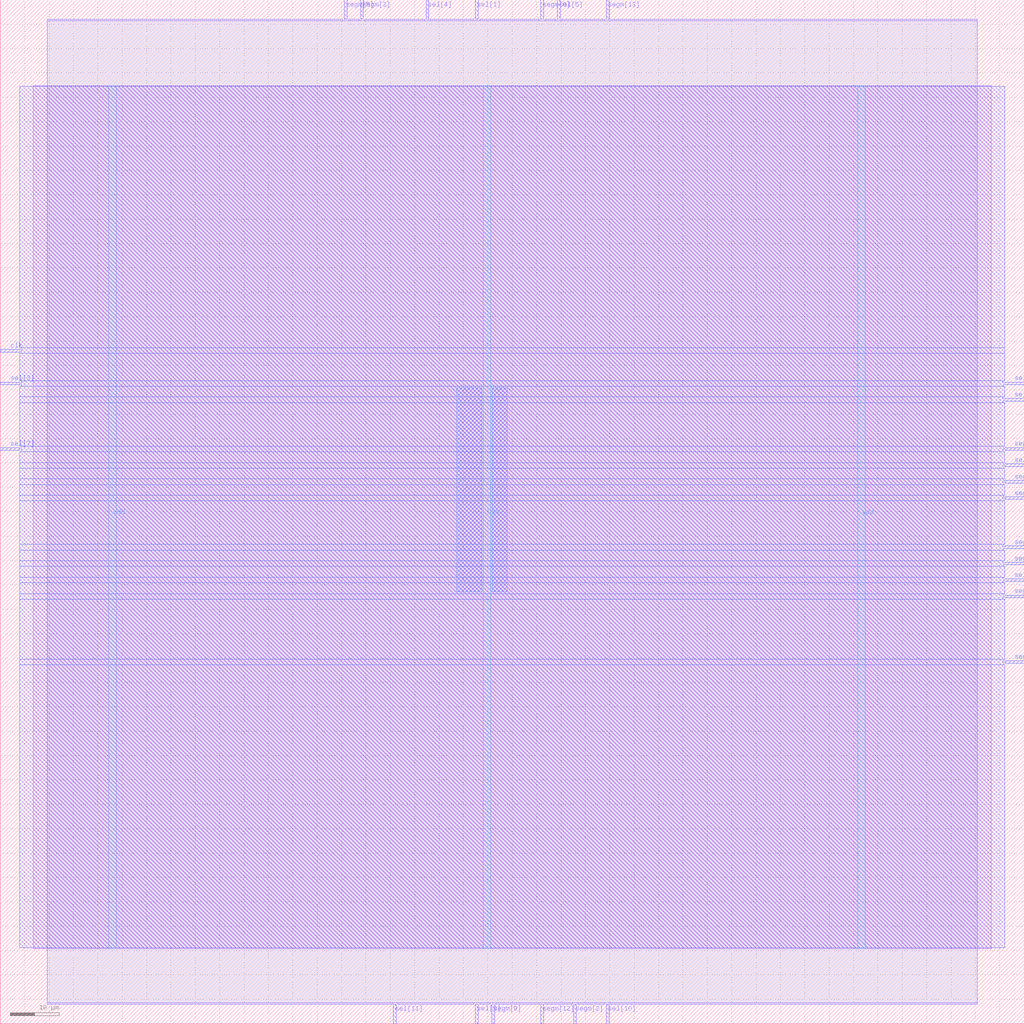
<source format=lef>
VERSION 5.7 ;
  NOWIREEXTENSIONATPIN ON ;
  DIVIDERCHAR "/" ;
  BUSBITCHARS "[]" ;
MACRO ita35
  CLASS BLOCK ;
  FOREIGN ita35 ;
  ORIGIN 0.000 0.000 ;
  SIZE 210.000 BY 210.000 ;
  PIN clk
    DIRECTION INPUT ;
    USE SIGNAL ;
    ANTENNAGATEAREA 4.738000 ;
    ANTENNADIFFAREA 0.410400 ;
    PORT
      LAYER Metal3 ;
        RECT 0.000 137.760 4.000 138.320 ;
    END
  END clk
  PIN segm[0]
    DIRECTION OUTPUT TRISTATE ;
    USE SIGNAL ;
    ANTENNADIFFAREA 0.360800 ;
    PORT
      LAYER Metal2 ;
        RECT 110.880 206.000 111.440 210.000 ;
    END
  END segm[0]
  PIN segm[10]
    DIRECTION OUTPUT TRISTATE ;
    USE SIGNAL ;
    ANTENNADIFFAREA 4.731200 ;
    PORT
      LAYER Metal3 ;
        RECT 206.000 87.360 210.000 87.920 ;
    END
  END segm[10]
  PIN segm[11]
    DIRECTION OUTPUT TRISTATE ;
    USE SIGNAL ;
    ANTENNADIFFAREA 4.731200 ;
    PORT
      LAYER Metal3 ;
        RECT 206.000 73.920 210.000 74.480 ;
    END
  END segm[11]
  PIN segm[12]
    DIRECTION OUTPUT TRISTATE ;
    USE SIGNAL ;
    ANTENNADIFFAREA 4.731200 ;
    PORT
      LAYER Metal2 ;
        RECT 110.880 0.000 111.440 4.000 ;
    END
  END segm[12]
  PIN segm[13]
    DIRECTION OUTPUT TRISTATE ;
    USE SIGNAL ;
    ANTENNADIFFAREA 4.731200 ;
    PORT
      LAYER Metal2 ;
        RECT 124.320 206.000 124.880 210.000 ;
    END
  END segm[13]
  PIN segm[1]
    DIRECTION OUTPUT TRISTATE ;
    USE SIGNAL ;
    ANTENNADIFFAREA 4.731200 ;
    PORT
      LAYER Metal3 ;
        RECT 206.000 94.080 210.000 94.640 ;
    END
  END segm[1]
  PIN segm[2]
    DIRECTION OUTPUT TRISTATE ;
    USE SIGNAL ;
    ANTENNADIFFAREA 4.731200 ;
    PORT
      LAYER Metal2 ;
        RECT 117.600 0.000 118.160 4.000 ;
    END
  END segm[2]
  PIN segm[3]
    DIRECTION OUTPUT TRISTATE ;
    USE SIGNAL ;
    ANTENNADIFFAREA 4.731200 ;
    PORT
      LAYER Metal2 ;
        RECT 73.920 206.000 74.480 210.000 ;
    END
  END segm[3]
  PIN segm[4]
    DIRECTION OUTPUT TRISTATE ;
    USE SIGNAL ;
    ANTENNADIFFAREA 4.731200 ;
    PORT
      LAYER Metal3 ;
        RECT 206.000 110.880 210.000 111.440 ;
    END
  END segm[4]
  PIN segm[5]
    DIRECTION OUTPUT TRISTATE ;
    USE SIGNAL ;
    ANTENNADIFFAREA 4.731200 ;
    PORT
      LAYER Metal2 ;
        RECT 70.560 206.000 71.120 210.000 ;
    END
  END segm[5]
  PIN segm[6]
    DIRECTION OUTPUT TRISTATE ;
    USE SIGNAL ;
    ANTENNADIFFAREA 4.731200 ;
    PORT
      LAYER Metal3 ;
        RECT 206.000 117.600 210.000 118.160 ;
    END
  END segm[6]
  PIN segm[7]
    DIRECTION OUTPUT TRISTATE ;
    USE SIGNAL ;
    ANTENNADIFFAREA 4.731200 ;
    PORT
      LAYER Metal3 ;
        RECT 206.000 107.520 210.000 108.080 ;
    END
  END segm[7]
  PIN segm[8]
    DIRECTION OUTPUT TRISTATE ;
    USE SIGNAL ;
    ANTENNADIFFAREA 4.731200 ;
    PORT
      LAYER Metal3 ;
        RECT 206.000 97.440 210.000 98.000 ;
    END
  END segm[8]
  PIN segm[9]
    DIRECTION OUTPUT TRISTATE ;
    USE SIGNAL ;
    ANTENNADIFFAREA 4.731200 ;
    PORT
      LAYER Metal2 ;
        RECT 100.800 0.000 101.360 4.000 ;
    END
  END segm[9]
  PIN sel[0]
    DIRECTION OUTPUT TRISTATE ;
    USE SIGNAL ;
    ANTENNADIFFAREA 4.731200 ;
    PORT
      LAYER Metal3 ;
        RECT 206.000 127.680 210.000 128.240 ;
    END
  END sel[0]
  PIN sel[10]
    DIRECTION OUTPUT TRISTATE ;
    USE SIGNAL ;
    ANTENNADIFFAREA 4.731200 ;
    PORT
      LAYER Metal2 ;
        RECT 124.320 0.000 124.880 4.000 ;
    END
  END sel[10]
  PIN sel[11]
    DIRECTION OUTPUT TRISTATE ;
    USE SIGNAL ;
    ANTENNADIFFAREA 4.731200 ;
    PORT
      LAYER Metal2 ;
        RECT 80.640 0.000 81.200 4.000 ;
    END
  END sel[11]
  PIN sel[1]
    DIRECTION OUTPUT TRISTATE ;
    USE SIGNAL ;
    ANTENNADIFFAREA 4.731200 ;
    PORT
      LAYER Metal2 ;
        RECT 97.440 206.000 98.000 210.000 ;
    END
  END sel[1]
  PIN sel[2]
    DIRECTION OUTPUT TRISTATE ;
    USE SIGNAL ;
    ANTENNADIFFAREA 4.731200 ;
    PORT
      LAYER Metal3 ;
        RECT 206.000 90.720 210.000 91.280 ;
    END
  END sel[2]
  PIN sel[3]
    DIRECTION OUTPUT TRISTATE ;
    USE SIGNAL ;
    ANTENNADIFFAREA 4.731200 ;
    PORT
      LAYER Metal3 ;
        RECT 0.000 131.040 4.000 131.600 ;
    END
  END sel[3]
  PIN sel[4]
    DIRECTION OUTPUT TRISTATE ;
    USE SIGNAL ;
    ANTENNADIFFAREA 4.731200 ;
    PORT
      LAYER Metal2 ;
        RECT 87.360 206.000 87.920 210.000 ;
    END
  END sel[4]
  PIN sel[5]
    DIRECTION OUTPUT TRISTATE ;
    USE SIGNAL ;
    ANTENNADIFFAREA 4.731200 ;
    PORT
      LAYER Metal2 ;
        RECT 114.240 206.000 114.800 210.000 ;
    END
  END sel[5]
  PIN sel[6]
    DIRECTION OUTPUT TRISTATE ;
    USE SIGNAL ;
    ANTENNADIFFAREA 4.731200 ;
    PORT
      LAYER Metal3 ;
        RECT 206.000 131.040 210.000 131.600 ;
    END
  END sel[6]
  PIN sel[7]
    DIRECTION OUTPUT TRISTATE ;
    USE SIGNAL ;
    ANTENNADIFFAREA 4.731200 ;
    PORT
      LAYER Metal3 ;
        RECT 0.000 117.600 4.000 118.160 ;
    END
  END sel[7]
  PIN sel[8]
    DIRECTION OUTPUT TRISTATE ;
    USE SIGNAL ;
    ANTENNADIFFAREA 4.731200 ;
    PORT
      LAYER Metal3 ;
        RECT 206.000 114.240 210.000 114.800 ;
    END
  END sel[8]
  PIN sel[9]
    DIRECTION OUTPUT TRISTATE ;
    USE SIGNAL ;
    ANTENNADIFFAREA 4.731200 ;
    PORT
      LAYER Metal2 ;
        RECT 97.440 0.000 98.000 4.000 ;
    END
  END sel[9]
  PIN vdd
    DIRECTION INOUT ;
    USE POWER ;
    PORT
      LAYER Metal4 ;
        RECT 22.240 15.380 23.840 192.380 ;
    END
    PORT
      LAYER Metal4 ;
        RECT 175.840 15.380 177.440 192.380 ;
    END
  END vdd
  PIN vss
    DIRECTION INOUT ;
    USE GROUND ;
    PORT
      LAYER Metal4 ;
        RECT 99.040 15.380 100.640 192.380 ;
    END
  END vss
  OBS
      LAYER Metal1 ;
        RECT 6.720 15.380 203.280 192.380 ;
      LAYER Metal2 ;
        RECT 9.660 205.700 70.260 206.000 ;
        RECT 71.420 205.700 73.620 206.000 ;
        RECT 74.780 205.700 87.060 206.000 ;
        RECT 88.220 205.700 97.140 206.000 ;
        RECT 98.300 205.700 110.580 206.000 ;
        RECT 111.740 205.700 113.940 206.000 ;
        RECT 115.100 205.700 124.020 206.000 ;
        RECT 125.180 205.700 200.340 206.000 ;
        RECT 9.660 4.300 200.340 205.700 ;
        RECT 9.660 4.000 80.340 4.300 ;
        RECT 81.500 4.000 97.140 4.300 ;
        RECT 98.300 4.000 100.500 4.300 ;
        RECT 101.660 4.000 110.580 4.300 ;
        RECT 111.740 4.000 117.300 4.300 ;
        RECT 118.460 4.000 124.020 4.300 ;
        RECT 125.180 4.000 200.340 4.300 ;
      LAYER Metal3 ;
        RECT 4.000 138.620 206.000 192.220 ;
        RECT 4.300 137.460 206.000 138.620 ;
        RECT 4.000 131.900 206.000 137.460 ;
        RECT 4.300 130.740 205.700 131.900 ;
        RECT 4.000 128.540 206.000 130.740 ;
        RECT 4.000 127.380 205.700 128.540 ;
        RECT 4.000 118.460 206.000 127.380 ;
        RECT 4.300 117.300 205.700 118.460 ;
        RECT 4.000 115.100 206.000 117.300 ;
        RECT 4.000 113.940 205.700 115.100 ;
        RECT 4.000 111.740 206.000 113.940 ;
        RECT 4.000 110.580 205.700 111.740 ;
        RECT 4.000 108.380 206.000 110.580 ;
        RECT 4.000 107.220 205.700 108.380 ;
        RECT 4.000 98.300 206.000 107.220 ;
        RECT 4.000 97.140 205.700 98.300 ;
        RECT 4.000 94.940 206.000 97.140 ;
        RECT 4.000 93.780 205.700 94.940 ;
        RECT 4.000 91.580 206.000 93.780 ;
        RECT 4.000 90.420 205.700 91.580 ;
        RECT 4.000 88.220 206.000 90.420 ;
        RECT 4.000 87.060 205.700 88.220 ;
        RECT 4.000 74.780 206.000 87.060 ;
        RECT 4.000 73.620 205.700 74.780 ;
        RECT 4.000 15.540 206.000 73.620 ;
      LAYER Metal4 ;
        RECT 93.660 88.570 98.740 130.390 ;
        RECT 100.940 88.570 104.020 130.390 ;
  END
END ita35
END LIBRARY


</source>
